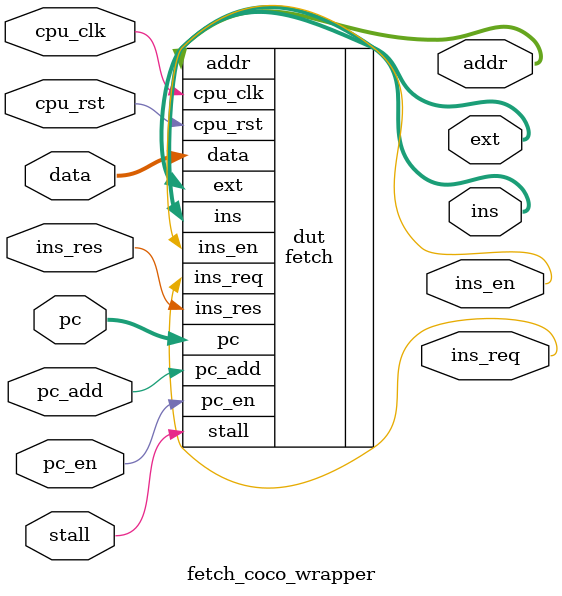
<source format=sv>
module fetch_coco_wrapper(
    input wire cpu_clk,
    input wire cpu_rst,
    input wire stall,
    input wire ins_res,
    input wire pc_en,
    input wire pc_add,
    input wire [31:0] data,
    input wire [30:0] pc,
    output wire ins_req,
    output wire [29:0] addr,
    output wire [15:0] ins,
    output wire ins_en,
    output wire [15:0] ext
);

`ifndef VERILATOR
    vlog_tb_utils vtu();
`endif

fetch dut(
    .cpu_clk(cpu_clk),
    .cpu_rst(cpu_rst),
    .stall(stall),
    .ins_res(ins_res),
    .pc_en(pc_en),
    .pc_add(pc_add),
    .data(data),
    .pc(pc),
    .ins_req(ins_req),
    .addr(addr),
    .ins(ins),
    .ins_en(ins_en),
    .ext(ext)
);

initial begin
    $dumpfile("coco.fst");
    $dumpvars(0, dut);
end

endmodule

</source>
